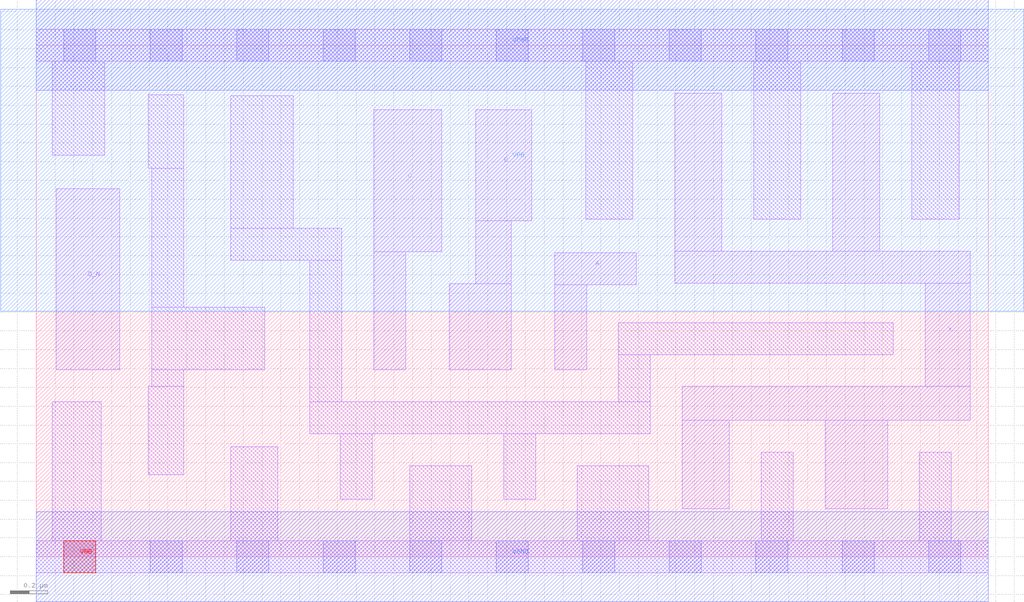
<source format=lef>
# Copyright 2020 The SkyWater PDK Authors
#
# Licensed under the Apache License, Version 2.0 (the "License");
# you may not use this file except in compliance with the License.
# You may obtain a copy of the License at
#
#     https://www.apache.org/licenses/LICENSE-2.0
#
# Unless required by applicable law or agreed to in writing, software
# distributed under the License is distributed on an "AS IS" BASIS,
# WITHOUT WARRANTIES OR CONDITIONS OF ANY KIND, either express or implied.
# See the License for the specific language governing permissions and
# limitations under the License.
#
# SPDX-License-Identifier: Apache-2.0

VERSION 5.7 ;
  NOWIREEXTENSIONATPIN ON ;
  DIVIDERCHAR "/" ;
  BUSBITCHARS "[]" ;
MACRO sky130_fd_sc_hd__or4b_4
  CLASS CORE ;
  FOREIGN sky130_fd_sc_hd__or4b_4 ;
  ORIGIN  0.000000  0.000000 ;
  SIZE  5.060000 BY  2.720000 ;
  SYMMETRY X Y R90 ;
  SITE unithd ;
  PIN A
    ANTENNAGATEAREA  0.247500 ;
    DIRECTION INPUT ;
    USE SIGNAL ;
    PORT
      LAYER li1 ;
        RECT 2.755000 0.995000 2.925000 1.445000 ;
        RECT 2.755000 1.445000 3.190000 1.615000 ;
    END
  END A
  PIN B
    ANTENNAGATEAREA  0.247500 ;
    DIRECTION INPUT ;
    USE SIGNAL ;
    PORT
      LAYER li1 ;
        RECT 2.195000 0.995000 2.525000 1.450000 ;
        RECT 2.335000 1.450000 2.525000 1.785000 ;
        RECT 2.335000 1.785000 2.635000 2.375000 ;
    END
  END B
  PIN C
    ANTENNAGATEAREA  0.247500 ;
    DIRECTION INPUT ;
    USE SIGNAL ;
    PORT
      LAYER li1 ;
        RECT 1.795000 0.995000 1.965000 1.620000 ;
        RECT 1.795000 1.620000 2.155000 2.375000 ;
    END
  END C
  PIN D_N
    ANTENNAGATEAREA  0.126000 ;
    DIRECTION INPUT ;
    USE SIGNAL ;
    PORT
      LAYER li1 ;
        RECT 0.105000 0.995000 0.445000 1.955000 ;
    END
  END D_N
  PIN VNB
    PORT
      LAYER pwell ;
        RECT 0.145000 -0.085000 0.315000 0.085000 ;
    END
  END VNB
  PIN VPB
    PORT
      LAYER nwell ;
        RECT -0.190000 1.305000 5.250000 2.910000 ;
    END
  END VPB
  PIN X
    ANTENNADIFFAREA  0.891000 ;
    DIRECTION OUTPUT ;
    USE SIGNAL ;
    PORT
      LAYER li1 ;
        RECT 3.395000 1.455000 4.965000 1.625000 ;
        RECT 3.395000 1.625000 3.645000 2.465000 ;
        RECT 3.435000 0.255000 3.685000 0.725000 ;
        RECT 3.435000 0.725000 4.965000 0.905000 ;
        RECT 4.195000 0.255000 4.525000 0.725000 ;
        RECT 4.235000 1.625000 4.485000 2.465000 ;
        RECT 4.725000 0.905000 4.965000 1.455000 ;
    END
  END X
  PIN VGND
    DIRECTION INOUT ;
    SHAPE ABUTMENT ;
    USE GROUND ;
    PORT
      LAYER met1 ;
        RECT 0.000000 -0.240000 5.060000 0.240000 ;
    END
  END VGND
  PIN VPWR
    DIRECTION INOUT ;
    SHAPE ABUTMENT ;
    USE POWER ;
    PORT
      LAYER met1 ;
        RECT 0.000000 2.480000 5.060000 2.960000 ;
    END
  END VPWR
  OBS
    LAYER li1 ;
      RECT 0.000000 -0.085000 5.060000 0.085000 ;
      RECT 0.000000  2.635000 5.060000 2.805000 ;
      RECT 0.085000  0.085000 0.345000 0.825000 ;
      RECT 0.085000  2.135000 0.365000 2.635000 ;
      RECT 0.595000  0.435000 0.785000 0.905000 ;
      RECT 0.595000  2.065000 0.785000 2.455000 ;
      RECT 0.615000  0.905000 0.785000 0.995000 ;
      RECT 0.615000  0.995000 1.215000 1.325000 ;
      RECT 0.615000  1.325000 0.785000 2.065000 ;
      RECT 1.035000  0.085000 1.285000 0.585000 ;
      RECT 1.035000  1.575000 1.625000 1.745000 ;
      RECT 1.035000  1.745000 1.365000 2.450000 ;
      RECT 1.455000  0.655000 3.265000 0.825000 ;
      RECT 1.455000  0.825000 1.625000 1.575000 ;
      RECT 1.615000  0.305000 1.785000 0.655000 ;
      RECT 1.985000  0.085000 2.315000 0.485000 ;
      RECT 2.485000  0.305000 2.655000 0.655000 ;
      RECT 2.875000  0.085000 3.255000 0.485000 ;
      RECT 2.920000  1.795000 3.170000 2.635000 ;
      RECT 3.095000  0.825000 3.265000 1.075000 ;
      RECT 3.095000  1.075000 4.555000 1.245000 ;
      RECT 3.815000  1.795000 4.065000 2.635000 ;
      RECT 3.855000  0.085000 4.025000 0.555000 ;
      RECT 4.655000  1.795000 4.905000 2.635000 ;
      RECT 4.695000  0.085000 4.865000 0.555000 ;
    LAYER mcon ;
      RECT 0.145000 -0.085000 0.315000 0.085000 ;
      RECT 0.145000  2.635000 0.315000 2.805000 ;
      RECT 0.605000 -0.085000 0.775000 0.085000 ;
      RECT 0.605000  2.635000 0.775000 2.805000 ;
      RECT 1.065000 -0.085000 1.235000 0.085000 ;
      RECT 1.065000  2.635000 1.235000 2.805000 ;
      RECT 1.525000 -0.085000 1.695000 0.085000 ;
      RECT 1.525000  2.635000 1.695000 2.805000 ;
      RECT 1.985000 -0.085000 2.155000 0.085000 ;
      RECT 1.985000  2.635000 2.155000 2.805000 ;
      RECT 2.445000 -0.085000 2.615000 0.085000 ;
      RECT 2.445000  2.635000 2.615000 2.805000 ;
      RECT 2.905000 -0.085000 3.075000 0.085000 ;
      RECT 2.905000  2.635000 3.075000 2.805000 ;
      RECT 3.365000 -0.085000 3.535000 0.085000 ;
      RECT 3.365000  2.635000 3.535000 2.805000 ;
      RECT 3.825000 -0.085000 3.995000 0.085000 ;
      RECT 3.825000  2.635000 3.995000 2.805000 ;
      RECT 4.285000 -0.085000 4.455000 0.085000 ;
      RECT 4.285000  2.635000 4.455000 2.805000 ;
      RECT 4.745000 -0.085000 4.915000 0.085000 ;
      RECT 4.745000  2.635000 4.915000 2.805000 ;
  END
END sky130_fd_sc_hd__or4b_4
END LIBRARY

</source>
